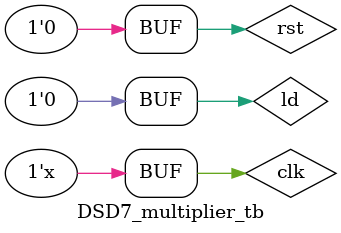
<source format=v>
module DSD7_multiplier(clk, a, b, p);
input clk;
input [31:0] a;
input [31:0] b;
output reg [63:0] p;

reg [31:0] p1,p2,p3,p4;
reg [63:0] sum1,sum2,sum3;

always @(posedge clk)
    p1 = a[15:0] * b[15:0];
always @(posedge clk)
    p2 = a[15:0] * b[31:16];
always @(posedge clk)
    p3 = a[31:16] * b[15:0];
always @(posedge clk)
    p4 = a[31:16] * b[31:16];
always @(posedge clk)
    sum1 <= {p4,p1};
always @(posedge clk)
    sum3 <= {p2+p3,16'h0000};
always @(posedge clk)
    p <= sum1 + sum3; 

endmodule

module DSD7_multiplier_tb();
reg rst;
reg clk;
reg ld;
wire done;
wire [63:0] p;

initial begin
	clk = 1;
	rst = 0;
	#100 rst = 1;
	#100 rst = 0;
	#100 ld = 1;
	#150 ld = 0;
end

always #10 clk = ~clk;	//  50 MHz


DSD7_multiplier u1
(
	.clk(clk),
	.a(112345678),
	.b(987654321),
	.p(p)
);

endmodule


</source>
